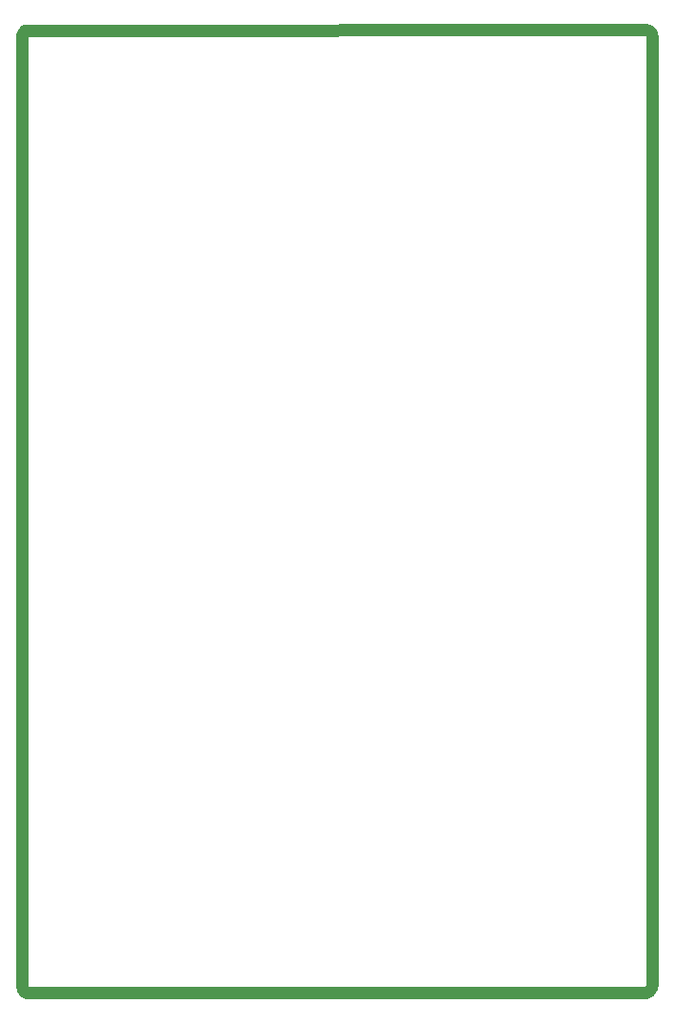
<source format=gko>
G04 Layer_Color=16720538*
%FSLAX24Y24*%
%MOIN*%
G70*
G01*
G75*
%ADD12C,0.0394*%
%ADD23C,0.0394*%
%ADD33C,0.0080*%
D12*
X31673Y43091D02*
G03*
X31476Y43287I-197J0D01*
G01*
X31673Y43091D02*
G03*
X31476Y43287I-197J0D01*
G01*
X31616Y9762D02*
G03*
X31673Y9902I-139J139D01*
G01*
X31615Y9762D02*
G03*
X31673Y9902I-139J139D01*
G01*
X31417Y9646D02*
G03*
X31557Y9703I0J197D01*
G01*
X9656Y43162D02*
G03*
X9646Y43138I24J-24D01*
G01*
X9655Y43162D02*
G03*
X9646Y43138I24J-24D01*
G01*
X31417Y9646D02*
G03*
X31557Y9703I0J197D01*
G01*
X9655Y43162D02*
G03*
X9646Y43138I24J-24D01*
G01*
Y9843D02*
G03*
X9843Y9646I197J0D01*
G01*
X9646Y9843D02*
G03*
X9843Y9646I197J0D01*
G01*
X31673Y9902D02*
Y43091D01*
X31615Y9762D02*
X31616Y9762D01*
X31596Y9743D02*
X31615Y9762D01*
X31596Y9743D02*
X31596Y9743D01*
X31596Y9743D02*
X31596Y9743D01*
X31557Y9703D02*
X31596Y9743D01*
X31557Y9703D02*
X31557Y9703D01*
X9761Y43268D02*
X31476Y43287D01*
X9655Y43162D02*
X9761Y43268D01*
X9843Y9646D02*
X31417D01*
X9646Y9843D02*
Y43138D01*
D23*
X31596Y9743D02*
D03*
X31596Y9743D02*
D03*
X9703Y43210D02*
D03*
X9703Y43210D02*
D03*
X9703Y43210D02*
D03*
X9703Y43210D02*
D03*
X9761Y43268D02*
D03*
D33*
X31870Y43091D02*
G03*
X31476Y43484I-394J0D01*
G01*
X31755Y9623D02*
G03*
X31870Y9902I-279J279D01*
G01*
X31417Y9449D02*
G03*
X31696Y9564I0J394D01*
G01*
X9761Y43465D02*
G03*
X9689Y43451I0J-197D01*
G01*
D02*
G03*
X9624Y43409I72J-183D01*
G01*
X9689Y43451D02*
G03*
X9624Y43409I72J-183D01*
G01*
X9449Y9843D02*
G03*
X9843Y9449I394J0D01*
G01*
X9513Y43299D02*
G03*
X9449Y43139I166J-160D01*
G01*
X31870Y43091D02*
G03*
X31476Y43484I-394J0D01*
G01*
X31755Y9623D02*
G03*
X31870Y9902I-279J279D01*
G01*
X31417Y9449D02*
G03*
X31696Y9564I0J394D01*
G01*
X9761Y43465D02*
G03*
X9689Y43451I0J-197D01*
G01*
D02*
G03*
X9624Y43409I72J-183D01*
G01*
X9689Y43451D02*
G03*
X9624Y43409I72J-183D01*
G01*
X9449Y9843D02*
G03*
X9843Y9449I394J0D01*
G01*
X9513Y43299D02*
G03*
X9449Y43139I166J-160D01*
G01*
X31755Y9623D02*
G03*
X31870Y9902I-279J279D01*
G01*
Y43091D02*
G03*
X31476Y43484I-394J0D01*
G01*
X31417Y9449D02*
G03*
X31696Y9564I0J394D01*
G01*
X9840Y43465D02*
G03*
X9564Y43349I2J-394D01*
G01*
X9564Y43349D02*
G03*
X9449Y43073I279J-279D01*
G01*
X9449Y9843D02*
G03*
X9843Y9449I394J0D01*
G01*
X31870Y9902D02*
Y43091D01*
X9761Y43465D02*
X31476Y43484D01*
X9689Y43451D02*
X9761Y43465D01*
X31696Y9564D02*
X31755Y9623D01*
X9843Y9449D02*
X31417D01*
X9624Y43409D02*
X9761Y43465D01*
X9516Y43302D02*
X9622Y43407D01*
X9449Y9843D02*
Y43138D01*
X31870Y9902D02*
Y43091D01*
X9761Y43465D02*
X31476Y43484D01*
X9689Y43451D02*
X9761Y43465D01*
X31696Y9564D02*
X31755Y9623D01*
X9843Y9449D02*
X31417D01*
X9624Y43409D02*
X9761Y43465D01*
X9516Y43302D02*
X9622Y43407D01*
X9449Y9843D02*
Y43138D01*
X31870Y9902D02*
Y43091D01*
X31696Y9564D02*
X31755Y9623D01*
X9843Y9449D02*
X31417D01*
X9842Y43465D02*
X31476Y43484D01*
X9449Y9843D02*
Y43071D01*
M02*

</source>
